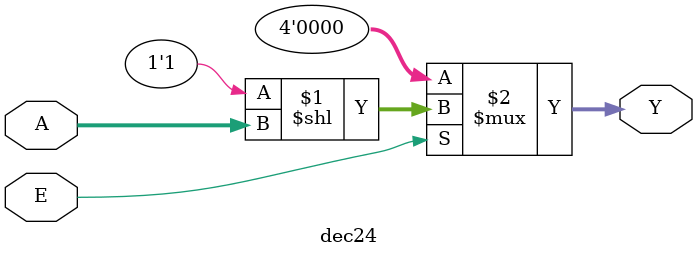
<source format=sv>
module dec24(
    input logic [1:0] A,
    input logic E,
    output logic [3:0] Y
);
    assign Y = E ? (1'b1 << A) : 4'b0;
endmodule

// This module decodes a 2-bit input into 
// 	one of four outputs, enabling one of 
// 		the registers based on the address.
//
//

</source>
